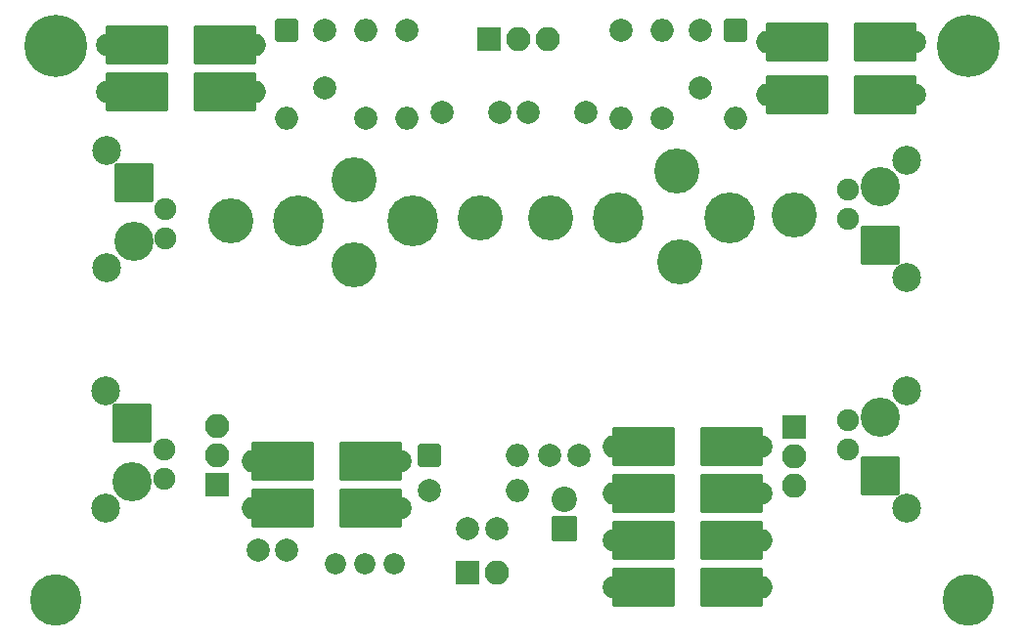
<source format=gbr>
%TF.GenerationSoftware,KiCad,Pcbnew,(6.0.11)*%
%TF.CreationDate,2023-02-05T16:51:29-06:00*%
%TF.ProjectId,MatchTester,4d617463-6854-4657-9374-65722e6b6963,rev?*%
%TF.SameCoordinates,Original*%
%TF.FileFunction,Soldermask,Top*%
%TF.FilePolarity,Negative*%
%FSLAX46Y46*%
G04 Gerber Fmt 4.6, Leading zero omitted, Abs format (unit mm)*
G04 Created by KiCad (PCBNEW (6.0.11)) date 2023-02-05 16:51:29*
%MOMM*%
%LPD*%
G01*
G04 APERTURE LIST*
G04 Aperture macros list*
%AMRoundRect*
0 Rectangle with rounded corners*
0 $1 Rounding radius*
0 $2 $3 $4 $5 $6 $7 $8 $9 X,Y pos of 4 corners*
0 Add a 4 corners polygon primitive as box body*
4,1,4,$2,$3,$4,$5,$6,$7,$8,$9,$2,$3,0*
0 Add four circle primitives for the rounded corners*
1,1,$1+$1,$2,$3*
1,1,$1+$1,$4,$5*
1,1,$1+$1,$6,$7*
1,1,$1+$1,$8,$9*
0 Add four rect primitives between the rounded corners*
20,1,$1+$1,$2,$3,$4,$5,0*
20,1,$1+$1,$4,$5,$6,$7,0*
20,1,$1+$1,$6,$7,$8,$9,0*
20,1,$1+$1,$8,$9,$2,$3,0*%
G04 Aperture macros list end*
%ADD10RoundRect,0.200000X-0.850000X-0.850000X0.850000X-0.850000X0.850000X0.850000X-0.850000X0.850000X0*%
%ADD11O,2.100000X2.100000*%
%ADD12C,2.000000*%
%ADD13O,2.000000X2.000000*%
%ADD14RoundRect,0.200000X-2.500000X-1.500000X2.500000X-1.500000X2.500000X1.500000X-2.500000X1.500000X0*%
%ADD15RoundRect,0.200000X2.500000X1.500000X-2.500000X1.500000X-2.500000X-1.500000X2.500000X-1.500000X0*%
%ADD16C,3.900000*%
%ADD17C,4.400000*%
%ADD18C,5.400000*%
%ADD19RoundRect,0.200000X0.850000X-0.850000X0.850000X0.850000X-0.850000X0.850000X-0.850000X-0.850000X0*%
%ADD20RoundRect,0.200000X-0.800000X0.800000X-0.800000X-0.800000X0.800000X-0.800000X0.800000X0.800000X0*%
%ADD21C,1.900000*%
%ADD22C,2.500000*%
%ADD23RoundRect,0.200000X-1.500000X1.500000X-1.500000X-1.500000X1.500000X-1.500000X1.500000X1.500000X0*%
%ADD24C,3.400000*%
%ADD25RoundRect,0.200000X1.500000X-1.500000X1.500000X1.500000X-1.500000X1.500000X-1.500000X-1.500000X0*%
%ADD26C,4.464000*%
%ADD27RoundRect,0.200000X-0.800000X-0.800000X0.800000X-0.800000X0.800000X0.800000X-0.800000X0.800000X0*%
%ADD28RoundRect,0.200000X0.900000X-0.900000X0.900000X0.900000X-0.900000X0.900000X-0.900000X-0.900000X0*%
%ADD29C,2.200000*%
%ADD30RoundRect,0.200000X0.850000X0.850000X-0.850000X0.850000X-0.850000X-0.850000X0.850000X-0.850000X0*%
%ADD31C,1.840000*%
G04 APERTURE END LIST*
D10*
%TO.C,JP1*%
X106950000Y-76050000D03*
D11*
X106950000Y-78590000D03*
X106950000Y-81130000D03*
%TD*%
D12*
%TO.C,R13*%
X91390000Y-85854000D03*
D13*
X104090000Y-85854000D03*
D14*
X93930000Y-85854000D03*
X101550000Y-85854000D03*
%TD*%
D12*
%TO.C,R11*%
X104090000Y-81790000D03*
D13*
X91390000Y-81790000D03*
D15*
X101550000Y-81790000D03*
X93930000Y-81790000D03*
%TD*%
D12*
%TO.C,R9*%
X104090000Y-77726000D03*
D13*
X91390000Y-77726000D03*
D15*
X101550000Y-77726000D03*
X93930000Y-77726000D03*
%TD*%
D12*
%TO.C,R3*%
X117348000Y-42672000D03*
D13*
X104648000Y-42672000D03*
D15*
X114808000Y-42672000D03*
X107188000Y-42672000D03*
%TD*%
D12*
%TO.C,R2*%
X47498000Y-42926000D03*
D13*
X60198000Y-42926000D03*
D14*
X50038000Y-42926000D03*
X57658000Y-42926000D03*
%TD*%
D12*
%TO.C,R4*%
X117348000Y-47244000D03*
D13*
X104648000Y-47244000D03*
D15*
X114808000Y-47244000D03*
X107188000Y-47244000D03*
%TD*%
D16*
%TO.C,J7*%
X58166000Y-58166000D03*
%TD*%
D17*
%TO.C,J8*%
X64008000Y-58166000D03*
%TD*%
D16*
%TO.C,J9*%
X85852000Y-57912000D03*
%TD*%
D17*
%TO.C,J10*%
X91694000Y-57912000D03*
%TD*%
D16*
%TO.C,J11*%
X79756000Y-57912000D03*
%TD*%
D17*
%TO.C,J12*%
X73914000Y-58166000D03*
%TD*%
D16*
%TO.C,J13*%
X106934000Y-57658000D03*
%TD*%
D17*
%TO.C,J14*%
X101346000Y-57912000D03*
%TD*%
D18*
%TO.C,J21*%
X43000000Y-43000000D03*
%TD*%
%TO.C,J22*%
X122000000Y-43000000D03*
%TD*%
D16*
%TO.C,J29*%
X68834000Y-54610000D03*
%TD*%
%TO.C,J30*%
X68834000Y-61976000D03*
%TD*%
%TO.C,J31*%
X96774000Y-53848000D03*
%TD*%
D12*
%TO.C,C1*%
X66294000Y-41656000D03*
X66294000Y-46656000D03*
%TD*%
%TO.C,C2*%
X76454000Y-48768000D03*
X81454000Y-48768000D03*
%TD*%
%TO.C,C3*%
X98806000Y-41656000D03*
X98806000Y-46656000D03*
%TD*%
%TO.C,C4*%
X88900000Y-48768000D03*
X83900000Y-48768000D03*
%TD*%
D19*
%TO.C,J33*%
X80518000Y-42418000D03*
D11*
X83058000Y-42418000D03*
X85598000Y-42418000D03*
%TD*%
D12*
%TO.C,R5*%
X69850000Y-49276000D03*
D13*
X69850000Y-41656000D03*
%TD*%
D12*
%TO.C,R6*%
X73406000Y-41656000D03*
D13*
X73406000Y-49276000D03*
%TD*%
D12*
%TO.C,R7*%
X95504000Y-49276000D03*
D13*
X95504000Y-41656000D03*
%TD*%
D12*
%TO.C,R8*%
X91948000Y-41656000D03*
D13*
X91948000Y-49276000D03*
%TD*%
D20*
%TO.C,D1*%
X62992000Y-41656000D03*
D13*
X62992000Y-49276000D03*
%TD*%
D20*
%TO.C,D2*%
X101854000Y-41656000D03*
D13*
X101854000Y-49276000D03*
%TD*%
D12*
%TO.C,R1*%
X47498000Y-46990000D03*
D13*
X60198000Y-46990000D03*
D14*
X50038000Y-46990000D03*
X57658000Y-46990000D03*
%TD*%
D21*
%TO.C,J4*%
X52512000Y-57150000D03*
X52512000Y-59690000D03*
D22*
X47432000Y-62230000D03*
X47432000Y-52070000D03*
D23*
X49784000Y-54864000D03*
D24*
X49784000Y-59944000D03*
%TD*%
D21*
%TO.C,J20*%
X111620000Y-58000000D03*
X111620000Y-55460000D03*
D22*
X116700000Y-52920000D03*
X116700000Y-63080000D03*
D25*
X114348000Y-60286000D03*
D24*
X114348000Y-55206000D03*
%TD*%
D26*
%TO.C,J25*%
X122000000Y-91000000D03*
%TD*%
%TO.C,J26*%
X43000000Y-91000000D03*
%TD*%
D16*
%TO.C,J1*%
X97028000Y-61722000D03*
%TD*%
D27*
%TO.C,D4*%
X75388000Y-78488000D03*
D13*
X83008000Y-78488000D03*
%TD*%
D28*
%TO.C,D5*%
X87072000Y-84838000D03*
D29*
X87072000Y-82298000D03*
%TD*%
D21*
%TO.C,J2*%
X111620000Y-78000000D03*
X111620000Y-75460000D03*
D22*
X116700000Y-72920000D03*
X116700000Y-83080000D03*
D25*
X114348000Y-80286000D03*
D24*
X114348000Y-75206000D03*
%TD*%
D21*
%TO.C,J3*%
X52380000Y-78000000D03*
X52380000Y-80540000D03*
D22*
X47300000Y-83080000D03*
X47300000Y-72920000D03*
D23*
X49652000Y-75714000D03*
D24*
X49652000Y-80794000D03*
%TD*%
D30*
%TO.C,JP2*%
X56950000Y-81050000D03*
D11*
X56950000Y-78510000D03*
X56950000Y-75970000D03*
%TD*%
D12*
%TO.C,R10*%
X72848000Y-78996000D03*
D13*
X60148000Y-78996000D03*
D15*
X70308000Y-78996000D03*
X62688000Y-78996000D03*
%TD*%
D12*
%TO.C,R12*%
X72848000Y-83060000D03*
D13*
X60148000Y-83060000D03*
D15*
X70308000Y-83060000D03*
X62688000Y-83060000D03*
%TD*%
D12*
%TO.C,R14*%
X91390000Y-89918000D03*
D13*
X104090000Y-89918000D03*
D14*
X93930000Y-89918000D03*
X101550000Y-89918000D03*
%TD*%
D12*
%TO.C,R15*%
X75388000Y-81536000D03*
D13*
X83008000Y-81536000D03*
%TD*%
D12*
%TO.C,C5*%
X85802000Y-78488000D03*
X88302000Y-78488000D03*
%TD*%
%TO.C,C6*%
X60530000Y-86720000D03*
X63030000Y-86720000D03*
%TD*%
%TO.C,C7*%
X78690000Y-84838000D03*
X81190000Y-84838000D03*
%TD*%
D19*
%TO.C,J5*%
X78690000Y-88648000D03*
D11*
X81230000Y-88648000D03*
%TD*%
D31*
%TO.C,RV1*%
X72340000Y-87886000D03*
X69800000Y-87886000D03*
X67260000Y-87886000D03*
%TD*%
M02*

</source>
